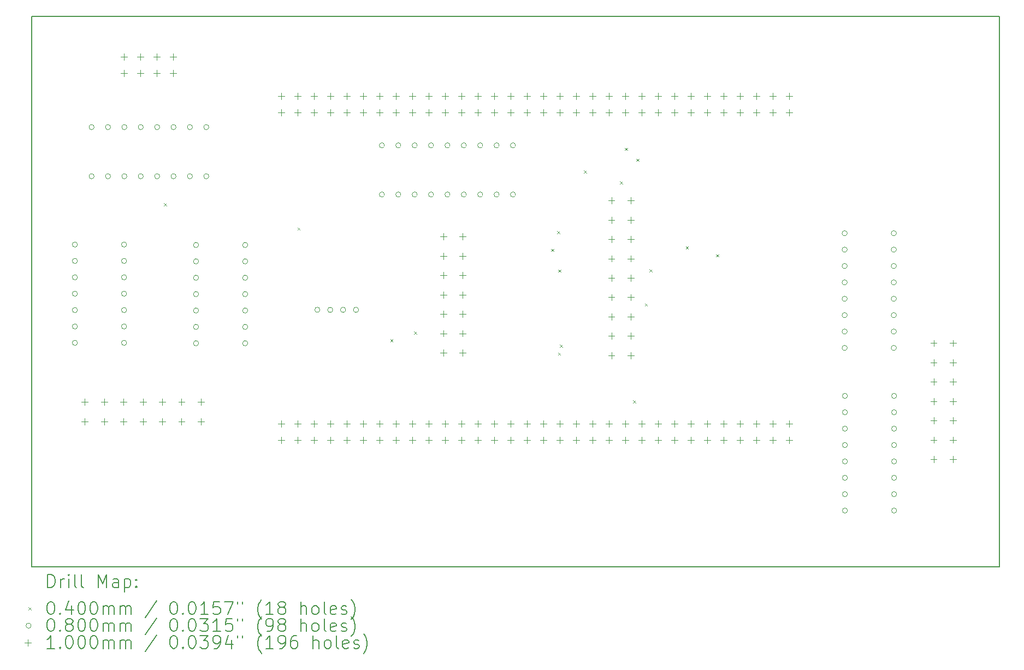
<source format=gbr>
%TF.GenerationSoftware,KiCad,Pcbnew,(6.0.9)*%
%TF.CreationDate,2022-12-05T20:21:47+01:00*%
%TF.ProjectId,projekt,70726f6a-656b-4742-9e6b-696361645f70,rev?*%
%TF.SameCoordinates,Original*%
%TF.FileFunction,Drillmap*%
%TF.FilePolarity,Positive*%
%FSLAX45Y45*%
G04 Gerber Fmt 4.5, Leading zero omitted, Abs format (unit mm)*
G04 Created by KiCad (PCBNEW (6.0.9)) date 2022-12-05 20:21:47*
%MOMM*%
%LPD*%
G01*
G04 APERTURE LIST*
%ADD10C,0.150000*%
%ADD11C,0.200000*%
%ADD12C,0.040000*%
%ADD13C,0.080000*%
%ADD14C,0.100000*%
G04 APERTURE END LIST*
D10*
X2000000Y-2000000D02*
X17000000Y-2000000D01*
X17000000Y-2000000D02*
X17000000Y-10533000D01*
X17000000Y-10533000D02*
X2000000Y-10533000D01*
X2000000Y-10533000D02*
X2000000Y-2000000D01*
D11*
D12*
X4047770Y-4897250D02*
X4087770Y-4937250D01*
X4087770Y-4897250D02*
X4047770Y-4937250D01*
X6120340Y-5271060D02*
X6160340Y-5311060D01*
X6160340Y-5271060D02*
X6120340Y-5311060D01*
X7561130Y-7002570D02*
X7601130Y-7042570D01*
X7601130Y-7002570D02*
X7561130Y-7042570D01*
X7927850Y-6882530D02*
X7967850Y-6922530D01*
X7967850Y-6882530D02*
X7927850Y-6922530D01*
X10050940Y-5601610D02*
X10090940Y-5641610D01*
X10090940Y-5601610D02*
X10050940Y-5641610D01*
X10144640Y-5326960D02*
X10184640Y-5366960D01*
X10184640Y-5326960D02*
X10144640Y-5366960D01*
X10160210Y-7210830D02*
X10200210Y-7250830D01*
X10200210Y-7210830D02*
X10160210Y-7250830D01*
X10165160Y-5923550D02*
X10205160Y-5963550D01*
X10205160Y-5923550D02*
X10165160Y-5963550D01*
X10190870Y-7088210D02*
X10230870Y-7128210D01*
X10230870Y-7088210D02*
X10190870Y-7128210D01*
X10564310Y-4386380D02*
X10604310Y-4426380D01*
X10604310Y-4386380D02*
X10564310Y-4426380D01*
X11118010Y-4557450D02*
X11158010Y-4597450D01*
X11158010Y-4557450D02*
X11118010Y-4597450D01*
X11197040Y-4035410D02*
X11237040Y-4075410D01*
X11237040Y-4035410D02*
X11197040Y-4075410D01*
X11323490Y-7953780D02*
X11363490Y-7993780D01*
X11363490Y-7953780D02*
X11323490Y-7993780D01*
X11371420Y-4204670D02*
X11411420Y-4244670D01*
X11411420Y-4204670D02*
X11371420Y-4244670D01*
X11505290Y-6448710D02*
X11545290Y-6488710D01*
X11545290Y-6448710D02*
X11505290Y-6488710D01*
X11580240Y-5917870D02*
X11620240Y-5957870D01*
X11620240Y-5917870D02*
X11580240Y-5957870D01*
X12140840Y-5565870D02*
X12180840Y-5605870D01*
X12180840Y-5565870D02*
X12140840Y-5605870D01*
X12613230Y-5687450D02*
X12653230Y-5727450D01*
X12653230Y-5687450D02*
X12613230Y-5727450D01*
D13*
X2710540Y-5535160D02*
G75*
G03*
X2710540Y-5535160I-40000J0D01*
G01*
X2710540Y-5789160D02*
G75*
G03*
X2710540Y-5789160I-40000J0D01*
G01*
X2710540Y-6043160D02*
G75*
G03*
X2710540Y-6043160I-40000J0D01*
G01*
X2710540Y-6297160D02*
G75*
G03*
X2710540Y-6297160I-40000J0D01*
G01*
X2710540Y-6551160D02*
G75*
G03*
X2710540Y-6551160I-40000J0D01*
G01*
X2710540Y-6805160D02*
G75*
G03*
X2710540Y-6805160I-40000J0D01*
G01*
X2710540Y-7059160D02*
G75*
G03*
X2710540Y-7059160I-40000J0D01*
G01*
X2969660Y-3715020D02*
G75*
G03*
X2969660Y-3715020I-40000J0D01*
G01*
X2969660Y-4477020D02*
G75*
G03*
X2969660Y-4477020I-40000J0D01*
G01*
X3223660Y-3715020D02*
G75*
G03*
X3223660Y-3715020I-40000J0D01*
G01*
X3223660Y-4477020D02*
G75*
G03*
X3223660Y-4477020I-40000J0D01*
G01*
X3472540Y-5535160D02*
G75*
G03*
X3472540Y-5535160I-40000J0D01*
G01*
X3472540Y-5789160D02*
G75*
G03*
X3472540Y-5789160I-40000J0D01*
G01*
X3472540Y-6043160D02*
G75*
G03*
X3472540Y-6043160I-40000J0D01*
G01*
X3472540Y-6297160D02*
G75*
G03*
X3472540Y-6297160I-40000J0D01*
G01*
X3472540Y-6551160D02*
G75*
G03*
X3472540Y-6551160I-40000J0D01*
G01*
X3472540Y-6805160D02*
G75*
G03*
X3472540Y-6805160I-40000J0D01*
G01*
X3472540Y-7059160D02*
G75*
G03*
X3472540Y-7059160I-40000J0D01*
G01*
X3477660Y-3715020D02*
G75*
G03*
X3477660Y-3715020I-40000J0D01*
G01*
X3477660Y-4477020D02*
G75*
G03*
X3477660Y-4477020I-40000J0D01*
G01*
X3731660Y-3715020D02*
G75*
G03*
X3731660Y-3715020I-40000J0D01*
G01*
X3731660Y-4477020D02*
G75*
G03*
X3731660Y-4477020I-40000J0D01*
G01*
X3985660Y-3715020D02*
G75*
G03*
X3985660Y-3715020I-40000J0D01*
G01*
X3985660Y-4477020D02*
G75*
G03*
X3985660Y-4477020I-40000J0D01*
G01*
X4239660Y-3715020D02*
G75*
G03*
X4239660Y-3715020I-40000J0D01*
G01*
X4239660Y-4477020D02*
G75*
G03*
X4239660Y-4477020I-40000J0D01*
G01*
X4493660Y-3715020D02*
G75*
G03*
X4493660Y-3715020I-40000J0D01*
G01*
X4493660Y-4477020D02*
G75*
G03*
X4493660Y-4477020I-40000J0D01*
G01*
X4588140Y-5541780D02*
G75*
G03*
X4588140Y-5541780I-40000J0D01*
G01*
X4588140Y-5795780D02*
G75*
G03*
X4588140Y-5795780I-40000J0D01*
G01*
X4588140Y-6049780D02*
G75*
G03*
X4588140Y-6049780I-40000J0D01*
G01*
X4588140Y-6303780D02*
G75*
G03*
X4588140Y-6303780I-40000J0D01*
G01*
X4588140Y-6557780D02*
G75*
G03*
X4588140Y-6557780I-40000J0D01*
G01*
X4588140Y-6811780D02*
G75*
G03*
X4588140Y-6811780I-40000J0D01*
G01*
X4588140Y-7065780D02*
G75*
G03*
X4588140Y-7065780I-40000J0D01*
G01*
X4747660Y-3715020D02*
G75*
G03*
X4747660Y-3715020I-40000J0D01*
G01*
X4747660Y-4477020D02*
G75*
G03*
X4747660Y-4477020I-40000J0D01*
G01*
X5350140Y-5541780D02*
G75*
G03*
X5350140Y-5541780I-40000J0D01*
G01*
X5350140Y-5795780D02*
G75*
G03*
X5350140Y-5795780I-40000J0D01*
G01*
X5350140Y-6049780D02*
G75*
G03*
X5350140Y-6049780I-40000J0D01*
G01*
X5350140Y-6303780D02*
G75*
G03*
X5350140Y-6303780I-40000J0D01*
G01*
X5350140Y-6557780D02*
G75*
G03*
X5350140Y-6557780I-40000J0D01*
G01*
X5350140Y-6811780D02*
G75*
G03*
X5350140Y-6811780I-40000J0D01*
G01*
X5350140Y-7065780D02*
G75*
G03*
X5350140Y-7065780I-40000J0D01*
G01*
X6468180Y-6548120D02*
G75*
G03*
X6468180Y-6548120I-40000J0D01*
G01*
X6668180Y-6548120D02*
G75*
G03*
X6668180Y-6548120I-40000J0D01*
G01*
X6868180Y-6548120D02*
G75*
G03*
X6868180Y-6548120I-40000J0D01*
G01*
X7068180Y-6548120D02*
G75*
G03*
X7068180Y-6548120I-40000J0D01*
G01*
X7469500Y-3997960D02*
G75*
G03*
X7469500Y-3997960I-40000J0D01*
G01*
X7469500Y-4759960D02*
G75*
G03*
X7469500Y-4759960I-40000J0D01*
G01*
X7723500Y-3997960D02*
G75*
G03*
X7723500Y-3997960I-40000J0D01*
G01*
X7723500Y-4759960D02*
G75*
G03*
X7723500Y-4759960I-40000J0D01*
G01*
X7977500Y-3997960D02*
G75*
G03*
X7977500Y-3997960I-40000J0D01*
G01*
X7977500Y-4759960D02*
G75*
G03*
X7977500Y-4759960I-40000J0D01*
G01*
X8231500Y-3997960D02*
G75*
G03*
X8231500Y-3997960I-40000J0D01*
G01*
X8231500Y-4759960D02*
G75*
G03*
X8231500Y-4759960I-40000J0D01*
G01*
X8485500Y-3997960D02*
G75*
G03*
X8485500Y-3997960I-40000J0D01*
G01*
X8485500Y-4759960D02*
G75*
G03*
X8485500Y-4759960I-40000J0D01*
G01*
X8739500Y-3997960D02*
G75*
G03*
X8739500Y-3997960I-40000J0D01*
G01*
X8739500Y-4759960D02*
G75*
G03*
X8739500Y-4759960I-40000J0D01*
G01*
X8993500Y-3997960D02*
G75*
G03*
X8993500Y-3997960I-40000J0D01*
G01*
X8993500Y-4759960D02*
G75*
G03*
X8993500Y-4759960I-40000J0D01*
G01*
X9247500Y-3997960D02*
G75*
G03*
X9247500Y-3997960I-40000J0D01*
G01*
X9247500Y-4759960D02*
G75*
G03*
X9247500Y-4759960I-40000J0D01*
G01*
X9501500Y-3997960D02*
G75*
G03*
X9501500Y-3997960I-40000J0D01*
G01*
X9501500Y-4759960D02*
G75*
G03*
X9501500Y-4759960I-40000J0D01*
G01*
X14644000Y-5360900D02*
G75*
G03*
X14644000Y-5360900I-40000J0D01*
G01*
X14644000Y-5614900D02*
G75*
G03*
X14644000Y-5614900I-40000J0D01*
G01*
X14644000Y-5868900D02*
G75*
G03*
X14644000Y-5868900I-40000J0D01*
G01*
X14644000Y-6122900D02*
G75*
G03*
X14644000Y-6122900I-40000J0D01*
G01*
X14644000Y-6376900D02*
G75*
G03*
X14644000Y-6376900I-40000J0D01*
G01*
X14644000Y-6630900D02*
G75*
G03*
X14644000Y-6630900I-40000J0D01*
G01*
X14644000Y-6884900D02*
G75*
G03*
X14644000Y-6884900I-40000J0D01*
G01*
X14644000Y-7138900D02*
G75*
G03*
X14644000Y-7138900I-40000J0D01*
G01*
X14648540Y-7882660D02*
G75*
G03*
X14648540Y-7882660I-40000J0D01*
G01*
X14648540Y-8136660D02*
G75*
G03*
X14648540Y-8136660I-40000J0D01*
G01*
X14648540Y-8390660D02*
G75*
G03*
X14648540Y-8390660I-40000J0D01*
G01*
X14648540Y-8644660D02*
G75*
G03*
X14648540Y-8644660I-40000J0D01*
G01*
X14648540Y-8898660D02*
G75*
G03*
X14648540Y-8898660I-40000J0D01*
G01*
X14648540Y-9152660D02*
G75*
G03*
X14648540Y-9152660I-40000J0D01*
G01*
X14648540Y-9406660D02*
G75*
G03*
X14648540Y-9406660I-40000J0D01*
G01*
X14648540Y-9660660D02*
G75*
G03*
X14648540Y-9660660I-40000J0D01*
G01*
X15406000Y-5360900D02*
G75*
G03*
X15406000Y-5360900I-40000J0D01*
G01*
X15406000Y-5614900D02*
G75*
G03*
X15406000Y-5614900I-40000J0D01*
G01*
X15406000Y-5868900D02*
G75*
G03*
X15406000Y-5868900I-40000J0D01*
G01*
X15406000Y-6122900D02*
G75*
G03*
X15406000Y-6122900I-40000J0D01*
G01*
X15406000Y-6376900D02*
G75*
G03*
X15406000Y-6376900I-40000J0D01*
G01*
X15406000Y-6630900D02*
G75*
G03*
X15406000Y-6630900I-40000J0D01*
G01*
X15406000Y-6884900D02*
G75*
G03*
X15406000Y-6884900I-40000J0D01*
G01*
X15406000Y-7138900D02*
G75*
G03*
X15406000Y-7138900I-40000J0D01*
G01*
X15410540Y-7882660D02*
G75*
G03*
X15410540Y-7882660I-40000J0D01*
G01*
X15410540Y-8136660D02*
G75*
G03*
X15410540Y-8136660I-40000J0D01*
G01*
X15410540Y-8390660D02*
G75*
G03*
X15410540Y-8390660I-40000J0D01*
G01*
X15410540Y-8644660D02*
G75*
G03*
X15410540Y-8644660I-40000J0D01*
G01*
X15410540Y-8898660D02*
G75*
G03*
X15410540Y-8898660I-40000J0D01*
G01*
X15410540Y-9152660D02*
G75*
G03*
X15410540Y-9152660I-40000J0D01*
G01*
X15410540Y-9406660D02*
G75*
G03*
X15410540Y-9406660I-40000J0D01*
G01*
X15410540Y-9660660D02*
G75*
G03*
X15410540Y-9660660I-40000J0D01*
G01*
D14*
X2824480Y-7927860D02*
X2824480Y-8027860D01*
X2774480Y-7977860D02*
X2874480Y-7977860D01*
X2824480Y-8227860D02*
X2824480Y-8327860D01*
X2774480Y-8277860D02*
X2874480Y-8277860D01*
X3124480Y-7927860D02*
X3124480Y-8027860D01*
X3074480Y-7977860D02*
X3174480Y-7977860D01*
X3124480Y-8227860D02*
X3124480Y-8327860D01*
X3074480Y-8277860D02*
X3174480Y-8277860D01*
X3424480Y-7927860D02*
X3424480Y-8027860D01*
X3374480Y-7977860D02*
X3474480Y-7977860D01*
X3424480Y-8227860D02*
X3424480Y-8327860D01*
X3374480Y-8277860D02*
X3474480Y-8277860D01*
X3430000Y-2576900D02*
X3430000Y-2676900D01*
X3380000Y-2626900D02*
X3480000Y-2626900D01*
X3430000Y-2830900D02*
X3430000Y-2930900D01*
X3380000Y-2880900D02*
X3480000Y-2880900D01*
X3684000Y-2576900D02*
X3684000Y-2676900D01*
X3634000Y-2626900D02*
X3734000Y-2626900D01*
X3684000Y-2830900D02*
X3684000Y-2930900D01*
X3634000Y-2880900D02*
X3734000Y-2880900D01*
X3724480Y-7927860D02*
X3724480Y-8027860D01*
X3674480Y-7977860D02*
X3774480Y-7977860D01*
X3724480Y-8227860D02*
X3724480Y-8327860D01*
X3674480Y-8277860D02*
X3774480Y-8277860D01*
X3938000Y-2576900D02*
X3938000Y-2676900D01*
X3888000Y-2626900D02*
X3988000Y-2626900D01*
X3938000Y-2830900D02*
X3938000Y-2930900D01*
X3888000Y-2880900D02*
X3988000Y-2880900D01*
X4024480Y-7927860D02*
X4024480Y-8027860D01*
X3974480Y-7977860D02*
X4074480Y-7977860D01*
X4024480Y-8227860D02*
X4024480Y-8327860D01*
X3974480Y-8277860D02*
X4074480Y-8277860D01*
X4192000Y-2576900D02*
X4192000Y-2676900D01*
X4142000Y-2626900D02*
X4242000Y-2626900D01*
X4192000Y-2830900D02*
X4192000Y-2930900D01*
X4142000Y-2880900D02*
X4242000Y-2880900D01*
X4324480Y-7927860D02*
X4324480Y-8027860D01*
X4274480Y-7977860D02*
X4374480Y-7977860D01*
X4324480Y-8227860D02*
X4324480Y-8327860D01*
X4274480Y-8277860D02*
X4374480Y-8277860D01*
X4624480Y-7927860D02*
X4624480Y-8027860D01*
X4574480Y-7977860D02*
X4674480Y-7977860D01*
X4624480Y-8227860D02*
X4624480Y-8327860D01*
X4574480Y-8277860D02*
X4674480Y-8277860D01*
X5871500Y-3184400D02*
X5871500Y-3284400D01*
X5821500Y-3234400D02*
X5921500Y-3234400D01*
X5871500Y-3438400D02*
X5871500Y-3538400D01*
X5821500Y-3488400D02*
X5921500Y-3488400D01*
X5871600Y-8265000D02*
X5871600Y-8365000D01*
X5821600Y-8315000D02*
X5921600Y-8315000D01*
X5871600Y-8519000D02*
X5871600Y-8619000D01*
X5821600Y-8569000D02*
X5921600Y-8569000D01*
X6125500Y-3184400D02*
X6125500Y-3284400D01*
X6075500Y-3234400D02*
X6175500Y-3234400D01*
X6125500Y-3438400D02*
X6125500Y-3538400D01*
X6075500Y-3488400D02*
X6175500Y-3488400D01*
X6125600Y-8265000D02*
X6125600Y-8365000D01*
X6075600Y-8315000D02*
X6175600Y-8315000D01*
X6125600Y-8519000D02*
X6125600Y-8619000D01*
X6075600Y-8569000D02*
X6175600Y-8569000D01*
X6379500Y-3184400D02*
X6379500Y-3284400D01*
X6329500Y-3234400D02*
X6429500Y-3234400D01*
X6379500Y-3438400D02*
X6379500Y-3538400D01*
X6329500Y-3488400D02*
X6429500Y-3488400D01*
X6379600Y-8265000D02*
X6379600Y-8365000D01*
X6329600Y-8315000D02*
X6429600Y-8315000D01*
X6379600Y-8519000D02*
X6379600Y-8619000D01*
X6329600Y-8569000D02*
X6429600Y-8569000D01*
X6633500Y-3184400D02*
X6633500Y-3284400D01*
X6583500Y-3234400D02*
X6683500Y-3234400D01*
X6633500Y-3438400D02*
X6633500Y-3538400D01*
X6583500Y-3488400D02*
X6683500Y-3488400D01*
X6633600Y-8265000D02*
X6633600Y-8365000D01*
X6583600Y-8315000D02*
X6683600Y-8315000D01*
X6633600Y-8519000D02*
X6633600Y-8619000D01*
X6583600Y-8569000D02*
X6683600Y-8569000D01*
X6887500Y-3184400D02*
X6887500Y-3284400D01*
X6837500Y-3234400D02*
X6937500Y-3234400D01*
X6887500Y-3438400D02*
X6887500Y-3538400D01*
X6837500Y-3488400D02*
X6937500Y-3488400D01*
X6887600Y-8265000D02*
X6887600Y-8365000D01*
X6837600Y-8315000D02*
X6937600Y-8315000D01*
X6887600Y-8519000D02*
X6887600Y-8619000D01*
X6837600Y-8569000D02*
X6937600Y-8569000D01*
X7141500Y-3184400D02*
X7141500Y-3284400D01*
X7091500Y-3234400D02*
X7191500Y-3234400D01*
X7141500Y-3438400D02*
X7141500Y-3538400D01*
X7091500Y-3488400D02*
X7191500Y-3488400D01*
X7141600Y-8265000D02*
X7141600Y-8365000D01*
X7091600Y-8315000D02*
X7191600Y-8315000D01*
X7141600Y-8519000D02*
X7141600Y-8619000D01*
X7091600Y-8569000D02*
X7191600Y-8569000D01*
X7395500Y-3184400D02*
X7395500Y-3284400D01*
X7345500Y-3234400D02*
X7445500Y-3234400D01*
X7395500Y-3438400D02*
X7395500Y-3538400D01*
X7345500Y-3488400D02*
X7445500Y-3488400D01*
X7395600Y-8265000D02*
X7395600Y-8365000D01*
X7345600Y-8315000D02*
X7445600Y-8315000D01*
X7395600Y-8519000D02*
X7395600Y-8619000D01*
X7345600Y-8569000D02*
X7445600Y-8569000D01*
X7649500Y-3184400D02*
X7649500Y-3284400D01*
X7599500Y-3234400D02*
X7699500Y-3234400D01*
X7649500Y-3438400D02*
X7649500Y-3538400D01*
X7599500Y-3488400D02*
X7699500Y-3488400D01*
X7649600Y-8265000D02*
X7649600Y-8365000D01*
X7599600Y-8315000D02*
X7699600Y-8315000D01*
X7649600Y-8519000D02*
X7649600Y-8619000D01*
X7599600Y-8569000D02*
X7699600Y-8569000D01*
X7903500Y-3184400D02*
X7903500Y-3284400D01*
X7853500Y-3234400D02*
X7953500Y-3234400D01*
X7903500Y-3438400D02*
X7903500Y-3538400D01*
X7853500Y-3488400D02*
X7953500Y-3488400D01*
X7903600Y-8265000D02*
X7903600Y-8365000D01*
X7853600Y-8315000D02*
X7953600Y-8315000D01*
X7903600Y-8519000D02*
X7903600Y-8619000D01*
X7853600Y-8569000D02*
X7953600Y-8569000D01*
X8157500Y-3184400D02*
X8157500Y-3284400D01*
X8107500Y-3234400D02*
X8207500Y-3234400D01*
X8157500Y-3438400D02*
X8157500Y-3538400D01*
X8107500Y-3488400D02*
X8207500Y-3488400D01*
X8157600Y-8265000D02*
X8157600Y-8365000D01*
X8107600Y-8315000D02*
X8207600Y-8315000D01*
X8157600Y-8519000D02*
X8157600Y-8619000D01*
X8107600Y-8569000D02*
X8207600Y-8569000D01*
X8384000Y-5363400D02*
X8384000Y-5463400D01*
X8334000Y-5413400D02*
X8434000Y-5413400D01*
X8384000Y-5663400D02*
X8384000Y-5763400D01*
X8334000Y-5713400D02*
X8434000Y-5713400D01*
X8384000Y-5963400D02*
X8384000Y-6063400D01*
X8334000Y-6013400D02*
X8434000Y-6013400D01*
X8384000Y-6263400D02*
X8384000Y-6363400D01*
X8334000Y-6313400D02*
X8434000Y-6313400D01*
X8384000Y-6563400D02*
X8384000Y-6663400D01*
X8334000Y-6613400D02*
X8434000Y-6613400D01*
X8384000Y-6863400D02*
X8384000Y-6963400D01*
X8334000Y-6913400D02*
X8434000Y-6913400D01*
X8384000Y-7163400D02*
X8384000Y-7263400D01*
X8334000Y-7213400D02*
X8434000Y-7213400D01*
X8411500Y-3184400D02*
X8411500Y-3284400D01*
X8361500Y-3234400D02*
X8461500Y-3234400D01*
X8411500Y-3438400D02*
X8411500Y-3538400D01*
X8361500Y-3488400D02*
X8461500Y-3488400D01*
X8411600Y-8265000D02*
X8411600Y-8365000D01*
X8361600Y-8315000D02*
X8461600Y-8315000D01*
X8411600Y-8519000D02*
X8411600Y-8619000D01*
X8361600Y-8569000D02*
X8461600Y-8569000D01*
X8665500Y-3184400D02*
X8665500Y-3284400D01*
X8615500Y-3234400D02*
X8715500Y-3234400D01*
X8665500Y-3438400D02*
X8665500Y-3538400D01*
X8615500Y-3488400D02*
X8715500Y-3488400D01*
X8665600Y-8265000D02*
X8665600Y-8365000D01*
X8615600Y-8315000D02*
X8715600Y-8315000D01*
X8665600Y-8519000D02*
X8665600Y-8619000D01*
X8615600Y-8569000D02*
X8715600Y-8569000D01*
X8684000Y-5363400D02*
X8684000Y-5463400D01*
X8634000Y-5413400D02*
X8734000Y-5413400D01*
X8684000Y-5663400D02*
X8684000Y-5763400D01*
X8634000Y-5713400D02*
X8734000Y-5713400D01*
X8684000Y-5963400D02*
X8684000Y-6063400D01*
X8634000Y-6013400D02*
X8734000Y-6013400D01*
X8684000Y-6263400D02*
X8684000Y-6363400D01*
X8634000Y-6313400D02*
X8734000Y-6313400D01*
X8684000Y-6563400D02*
X8684000Y-6663400D01*
X8634000Y-6613400D02*
X8734000Y-6613400D01*
X8684000Y-6863400D02*
X8684000Y-6963400D01*
X8634000Y-6913400D02*
X8734000Y-6913400D01*
X8684000Y-7163400D02*
X8684000Y-7263400D01*
X8634000Y-7213400D02*
X8734000Y-7213400D01*
X8919500Y-3184400D02*
X8919500Y-3284400D01*
X8869500Y-3234400D02*
X8969500Y-3234400D01*
X8919500Y-3438400D02*
X8919500Y-3538400D01*
X8869500Y-3488400D02*
X8969500Y-3488400D01*
X8919600Y-8265000D02*
X8919600Y-8365000D01*
X8869600Y-8315000D02*
X8969600Y-8315000D01*
X8919600Y-8519000D02*
X8919600Y-8619000D01*
X8869600Y-8569000D02*
X8969600Y-8569000D01*
X9173500Y-3184400D02*
X9173500Y-3284400D01*
X9123500Y-3234400D02*
X9223500Y-3234400D01*
X9173500Y-3438400D02*
X9173500Y-3538400D01*
X9123500Y-3488400D02*
X9223500Y-3488400D01*
X9173600Y-8265000D02*
X9173600Y-8365000D01*
X9123600Y-8315000D02*
X9223600Y-8315000D01*
X9173600Y-8519000D02*
X9173600Y-8619000D01*
X9123600Y-8569000D02*
X9223600Y-8569000D01*
X9427500Y-3184400D02*
X9427500Y-3284400D01*
X9377500Y-3234400D02*
X9477500Y-3234400D01*
X9427500Y-3438400D02*
X9427500Y-3538400D01*
X9377500Y-3488400D02*
X9477500Y-3488400D01*
X9427600Y-8265000D02*
X9427600Y-8365000D01*
X9377600Y-8315000D02*
X9477600Y-8315000D01*
X9427600Y-8519000D02*
X9427600Y-8619000D01*
X9377600Y-8569000D02*
X9477600Y-8569000D01*
X9681500Y-3184400D02*
X9681500Y-3284400D01*
X9631500Y-3234400D02*
X9731500Y-3234400D01*
X9681500Y-3438400D02*
X9681500Y-3538400D01*
X9631500Y-3488400D02*
X9731500Y-3488400D01*
X9681600Y-8265000D02*
X9681600Y-8365000D01*
X9631600Y-8315000D02*
X9731600Y-8315000D01*
X9681600Y-8519000D02*
X9681600Y-8619000D01*
X9631600Y-8569000D02*
X9731600Y-8569000D01*
X9935500Y-3184400D02*
X9935500Y-3284400D01*
X9885500Y-3234400D02*
X9985500Y-3234400D01*
X9935500Y-3438400D02*
X9935500Y-3538400D01*
X9885500Y-3488400D02*
X9985500Y-3488400D01*
X9935600Y-8265000D02*
X9935600Y-8365000D01*
X9885600Y-8315000D02*
X9985600Y-8315000D01*
X9935600Y-8519000D02*
X9935600Y-8619000D01*
X9885600Y-8569000D02*
X9985600Y-8569000D01*
X10189500Y-3184400D02*
X10189500Y-3284400D01*
X10139500Y-3234400D02*
X10239500Y-3234400D01*
X10189500Y-3438400D02*
X10189500Y-3538400D01*
X10139500Y-3488400D02*
X10239500Y-3488400D01*
X10189600Y-8265000D02*
X10189600Y-8365000D01*
X10139600Y-8315000D02*
X10239600Y-8315000D01*
X10189600Y-8519000D02*
X10189600Y-8619000D01*
X10139600Y-8569000D02*
X10239600Y-8569000D01*
X10443500Y-3184400D02*
X10443500Y-3284400D01*
X10393500Y-3234400D02*
X10493500Y-3234400D01*
X10443500Y-3438400D02*
X10443500Y-3538400D01*
X10393500Y-3488400D02*
X10493500Y-3488400D01*
X10443600Y-8265000D02*
X10443600Y-8365000D01*
X10393600Y-8315000D02*
X10493600Y-8315000D01*
X10443600Y-8519000D02*
X10443600Y-8619000D01*
X10393600Y-8569000D02*
X10493600Y-8569000D01*
X10697500Y-3184400D02*
X10697500Y-3284400D01*
X10647500Y-3234400D02*
X10747500Y-3234400D01*
X10697500Y-3438400D02*
X10697500Y-3538400D01*
X10647500Y-3488400D02*
X10747500Y-3488400D01*
X10697600Y-8265000D02*
X10697600Y-8365000D01*
X10647600Y-8315000D02*
X10747600Y-8315000D01*
X10697600Y-8519000D02*
X10697600Y-8619000D01*
X10647600Y-8569000D02*
X10747600Y-8569000D01*
X10951500Y-3184400D02*
X10951500Y-3284400D01*
X10901500Y-3234400D02*
X11001500Y-3234400D01*
X10951500Y-3438400D02*
X10951500Y-3538400D01*
X10901500Y-3488400D02*
X11001500Y-3488400D01*
X10951600Y-8265000D02*
X10951600Y-8365000D01*
X10901600Y-8315000D02*
X11001600Y-8315000D01*
X10951600Y-8519000D02*
X10951600Y-8619000D01*
X10901600Y-8569000D02*
X11001600Y-8569000D01*
X10988000Y-4803400D02*
X10988000Y-4903400D01*
X10938000Y-4853400D02*
X11038000Y-4853400D01*
X10988000Y-5103400D02*
X10988000Y-5203400D01*
X10938000Y-5153400D02*
X11038000Y-5153400D01*
X10988000Y-5403400D02*
X10988000Y-5503400D01*
X10938000Y-5453400D02*
X11038000Y-5453400D01*
X10988000Y-5703400D02*
X10988000Y-5803400D01*
X10938000Y-5753400D02*
X11038000Y-5753400D01*
X10988000Y-6003400D02*
X10988000Y-6103400D01*
X10938000Y-6053400D02*
X11038000Y-6053400D01*
X10988000Y-6303400D02*
X10988000Y-6403400D01*
X10938000Y-6353400D02*
X11038000Y-6353400D01*
X10988000Y-6603400D02*
X10988000Y-6703400D01*
X10938000Y-6653400D02*
X11038000Y-6653400D01*
X10988000Y-6903400D02*
X10988000Y-7003400D01*
X10938000Y-6953400D02*
X11038000Y-6953400D01*
X10988000Y-7203400D02*
X10988000Y-7303400D01*
X10938000Y-7253400D02*
X11038000Y-7253400D01*
X11205500Y-3184400D02*
X11205500Y-3284400D01*
X11155500Y-3234400D02*
X11255500Y-3234400D01*
X11205500Y-3438400D02*
X11205500Y-3538400D01*
X11155500Y-3488400D02*
X11255500Y-3488400D01*
X11205600Y-8265000D02*
X11205600Y-8365000D01*
X11155600Y-8315000D02*
X11255600Y-8315000D01*
X11205600Y-8519000D02*
X11205600Y-8619000D01*
X11155600Y-8569000D02*
X11255600Y-8569000D01*
X11288000Y-4803400D02*
X11288000Y-4903400D01*
X11238000Y-4853400D02*
X11338000Y-4853400D01*
X11288000Y-5103400D02*
X11288000Y-5203400D01*
X11238000Y-5153400D02*
X11338000Y-5153400D01*
X11288000Y-5403400D02*
X11288000Y-5503400D01*
X11238000Y-5453400D02*
X11338000Y-5453400D01*
X11288000Y-5703400D02*
X11288000Y-5803400D01*
X11238000Y-5753400D02*
X11338000Y-5753400D01*
X11288000Y-6003400D02*
X11288000Y-6103400D01*
X11238000Y-6053400D02*
X11338000Y-6053400D01*
X11288000Y-6303400D02*
X11288000Y-6403400D01*
X11238000Y-6353400D02*
X11338000Y-6353400D01*
X11288000Y-6603400D02*
X11288000Y-6703400D01*
X11238000Y-6653400D02*
X11338000Y-6653400D01*
X11288000Y-6903400D02*
X11288000Y-7003400D01*
X11238000Y-6953400D02*
X11338000Y-6953400D01*
X11288000Y-7203400D02*
X11288000Y-7303400D01*
X11238000Y-7253400D02*
X11338000Y-7253400D01*
X11459500Y-3184400D02*
X11459500Y-3284400D01*
X11409500Y-3234400D02*
X11509500Y-3234400D01*
X11459500Y-3438400D02*
X11459500Y-3538400D01*
X11409500Y-3488400D02*
X11509500Y-3488400D01*
X11459600Y-8265000D02*
X11459600Y-8365000D01*
X11409600Y-8315000D02*
X11509600Y-8315000D01*
X11459600Y-8519000D02*
X11459600Y-8619000D01*
X11409600Y-8569000D02*
X11509600Y-8569000D01*
X11713500Y-3184400D02*
X11713500Y-3284400D01*
X11663500Y-3234400D02*
X11763500Y-3234400D01*
X11713500Y-3438400D02*
X11713500Y-3538400D01*
X11663500Y-3488400D02*
X11763500Y-3488400D01*
X11713600Y-8265000D02*
X11713600Y-8365000D01*
X11663600Y-8315000D02*
X11763600Y-8315000D01*
X11713600Y-8519000D02*
X11713600Y-8619000D01*
X11663600Y-8569000D02*
X11763600Y-8569000D01*
X11967500Y-3184400D02*
X11967500Y-3284400D01*
X11917500Y-3234400D02*
X12017500Y-3234400D01*
X11967500Y-3438400D02*
X11967500Y-3538400D01*
X11917500Y-3488400D02*
X12017500Y-3488400D01*
X11967600Y-8265000D02*
X11967600Y-8365000D01*
X11917600Y-8315000D02*
X12017600Y-8315000D01*
X11967600Y-8519000D02*
X11967600Y-8619000D01*
X11917600Y-8569000D02*
X12017600Y-8569000D01*
X12221500Y-3184400D02*
X12221500Y-3284400D01*
X12171500Y-3234400D02*
X12271500Y-3234400D01*
X12221500Y-3438400D02*
X12221500Y-3538400D01*
X12171500Y-3488400D02*
X12271500Y-3488400D01*
X12221600Y-8265000D02*
X12221600Y-8365000D01*
X12171600Y-8315000D02*
X12271600Y-8315000D01*
X12221600Y-8519000D02*
X12221600Y-8619000D01*
X12171600Y-8569000D02*
X12271600Y-8569000D01*
X12475500Y-3184400D02*
X12475500Y-3284400D01*
X12425500Y-3234400D02*
X12525500Y-3234400D01*
X12475500Y-3438400D02*
X12475500Y-3538400D01*
X12425500Y-3488400D02*
X12525500Y-3488400D01*
X12475600Y-8265000D02*
X12475600Y-8365000D01*
X12425600Y-8315000D02*
X12525600Y-8315000D01*
X12475600Y-8519000D02*
X12475600Y-8619000D01*
X12425600Y-8569000D02*
X12525600Y-8569000D01*
X12729500Y-3184400D02*
X12729500Y-3284400D01*
X12679500Y-3234400D02*
X12779500Y-3234400D01*
X12729500Y-3438400D02*
X12729500Y-3538400D01*
X12679500Y-3488400D02*
X12779500Y-3488400D01*
X12729600Y-8265000D02*
X12729600Y-8365000D01*
X12679600Y-8315000D02*
X12779600Y-8315000D01*
X12729600Y-8519000D02*
X12729600Y-8619000D01*
X12679600Y-8569000D02*
X12779600Y-8569000D01*
X12983500Y-3184400D02*
X12983500Y-3284400D01*
X12933500Y-3234400D02*
X13033500Y-3234400D01*
X12983500Y-3438400D02*
X12983500Y-3538400D01*
X12933500Y-3488400D02*
X13033500Y-3488400D01*
X12983600Y-8265000D02*
X12983600Y-8365000D01*
X12933600Y-8315000D02*
X13033600Y-8315000D01*
X12983600Y-8519000D02*
X12983600Y-8619000D01*
X12933600Y-8569000D02*
X13033600Y-8569000D01*
X13237500Y-3184400D02*
X13237500Y-3284400D01*
X13187500Y-3234400D02*
X13287500Y-3234400D01*
X13237500Y-3438400D02*
X13237500Y-3538400D01*
X13187500Y-3488400D02*
X13287500Y-3488400D01*
X13237600Y-8265000D02*
X13237600Y-8365000D01*
X13187600Y-8315000D02*
X13287600Y-8315000D01*
X13237600Y-8519000D02*
X13237600Y-8619000D01*
X13187600Y-8569000D02*
X13287600Y-8569000D01*
X13491500Y-3184400D02*
X13491500Y-3284400D01*
X13441500Y-3234400D02*
X13541500Y-3234400D01*
X13491500Y-3438400D02*
X13491500Y-3538400D01*
X13441500Y-3488400D02*
X13541500Y-3488400D01*
X13491600Y-8265000D02*
X13491600Y-8365000D01*
X13441600Y-8315000D02*
X13541600Y-8315000D01*
X13491600Y-8519000D02*
X13491600Y-8619000D01*
X13441600Y-8569000D02*
X13541600Y-8569000D01*
X13745500Y-3184400D02*
X13745500Y-3284400D01*
X13695500Y-3234400D02*
X13795500Y-3234400D01*
X13745500Y-3438400D02*
X13745500Y-3538400D01*
X13695500Y-3488400D02*
X13795500Y-3488400D01*
X13745600Y-8265000D02*
X13745600Y-8365000D01*
X13695600Y-8315000D02*
X13795600Y-8315000D01*
X13745600Y-8519000D02*
X13745600Y-8619000D01*
X13695600Y-8569000D02*
X13795600Y-8569000D01*
X15984000Y-7014600D02*
X15984000Y-7114600D01*
X15934000Y-7064600D02*
X16034000Y-7064600D01*
X15984000Y-7314600D02*
X15984000Y-7414600D01*
X15934000Y-7364600D02*
X16034000Y-7364600D01*
X15984000Y-7614600D02*
X15984000Y-7714600D01*
X15934000Y-7664600D02*
X16034000Y-7664600D01*
X15984000Y-7914600D02*
X15984000Y-8014600D01*
X15934000Y-7964600D02*
X16034000Y-7964600D01*
X15984000Y-8214600D02*
X15984000Y-8314600D01*
X15934000Y-8264600D02*
X16034000Y-8264600D01*
X15984000Y-8514600D02*
X15984000Y-8614600D01*
X15934000Y-8564600D02*
X16034000Y-8564600D01*
X15984000Y-8814600D02*
X15984000Y-8914600D01*
X15934000Y-8864600D02*
X16034000Y-8864600D01*
X16284000Y-7014600D02*
X16284000Y-7114600D01*
X16234000Y-7064600D02*
X16334000Y-7064600D01*
X16284000Y-7314600D02*
X16284000Y-7414600D01*
X16234000Y-7364600D02*
X16334000Y-7364600D01*
X16284000Y-7614600D02*
X16284000Y-7714600D01*
X16234000Y-7664600D02*
X16334000Y-7664600D01*
X16284000Y-7914600D02*
X16284000Y-8014600D01*
X16234000Y-7964600D02*
X16334000Y-7964600D01*
X16284000Y-8214600D02*
X16284000Y-8314600D01*
X16234000Y-8264600D02*
X16334000Y-8264600D01*
X16284000Y-8514600D02*
X16284000Y-8614600D01*
X16234000Y-8564600D02*
X16334000Y-8564600D01*
X16284000Y-8814600D02*
X16284000Y-8914600D01*
X16234000Y-8864600D02*
X16334000Y-8864600D01*
D11*
X2250119Y-10850976D02*
X2250119Y-10650976D01*
X2297738Y-10650976D01*
X2326310Y-10660500D01*
X2345357Y-10679548D01*
X2354881Y-10698595D01*
X2364405Y-10736690D01*
X2364405Y-10765262D01*
X2354881Y-10803357D01*
X2345357Y-10822405D01*
X2326310Y-10841452D01*
X2297738Y-10850976D01*
X2250119Y-10850976D01*
X2450119Y-10850976D02*
X2450119Y-10717643D01*
X2450119Y-10755738D02*
X2459643Y-10736690D01*
X2469167Y-10727167D01*
X2488214Y-10717643D01*
X2507262Y-10717643D01*
X2573929Y-10850976D02*
X2573929Y-10717643D01*
X2573929Y-10650976D02*
X2564405Y-10660500D01*
X2573929Y-10670024D01*
X2583452Y-10660500D01*
X2573929Y-10650976D01*
X2573929Y-10670024D01*
X2697738Y-10850976D02*
X2678690Y-10841452D01*
X2669167Y-10822405D01*
X2669167Y-10650976D01*
X2802500Y-10850976D02*
X2783452Y-10841452D01*
X2773929Y-10822405D01*
X2773929Y-10650976D01*
X3031071Y-10850976D02*
X3031071Y-10650976D01*
X3097738Y-10793833D01*
X3164405Y-10650976D01*
X3164405Y-10850976D01*
X3345357Y-10850976D02*
X3345357Y-10746214D01*
X3335833Y-10727167D01*
X3316786Y-10717643D01*
X3278690Y-10717643D01*
X3259643Y-10727167D01*
X3345357Y-10841452D02*
X3326309Y-10850976D01*
X3278690Y-10850976D01*
X3259643Y-10841452D01*
X3250119Y-10822405D01*
X3250119Y-10803357D01*
X3259643Y-10784310D01*
X3278690Y-10774786D01*
X3326309Y-10774786D01*
X3345357Y-10765262D01*
X3440595Y-10717643D02*
X3440595Y-10917643D01*
X3440595Y-10727167D02*
X3459643Y-10717643D01*
X3497738Y-10717643D01*
X3516786Y-10727167D01*
X3526309Y-10736690D01*
X3535833Y-10755738D01*
X3535833Y-10812881D01*
X3526309Y-10831929D01*
X3516786Y-10841452D01*
X3497738Y-10850976D01*
X3459643Y-10850976D01*
X3440595Y-10841452D01*
X3621548Y-10831929D02*
X3631071Y-10841452D01*
X3621548Y-10850976D01*
X3612024Y-10841452D01*
X3621548Y-10831929D01*
X3621548Y-10850976D01*
X3621548Y-10727167D02*
X3631071Y-10736690D01*
X3621548Y-10746214D01*
X3612024Y-10736690D01*
X3621548Y-10727167D01*
X3621548Y-10746214D01*
D12*
X1952500Y-11160500D02*
X1992500Y-11200500D01*
X1992500Y-11160500D02*
X1952500Y-11200500D01*
D11*
X2288214Y-11070976D02*
X2307262Y-11070976D01*
X2326310Y-11080500D01*
X2335833Y-11090024D01*
X2345357Y-11109071D01*
X2354881Y-11147167D01*
X2354881Y-11194786D01*
X2345357Y-11232881D01*
X2335833Y-11251928D01*
X2326310Y-11261452D01*
X2307262Y-11270976D01*
X2288214Y-11270976D01*
X2269167Y-11261452D01*
X2259643Y-11251928D01*
X2250119Y-11232881D01*
X2240595Y-11194786D01*
X2240595Y-11147167D01*
X2250119Y-11109071D01*
X2259643Y-11090024D01*
X2269167Y-11080500D01*
X2288214Y-11070976D01*
X2440595Y-11251928D02*
X2450119Y-11261452D01*
X2440595Y-11270976D01*
X2431071Y-11261452D01*
X2440595Y-11251928D01*
X2440595Y-11270976D01*
X2621548Y-11137643D02*
X2621548Y-11270976D01*
X2573929Y-11061452D02*
X2526310Y-11204309D01*
X2650119Y-11204309D01*
X2764405Y-11070976D02*
X2783452Y-11070976D01*
X2802500Y-11080500D01*
X2812024Y-11090024D01*
X2821548Y-11109071D01*
X2831071Y-11147167D01*
X2831071Y-11194786D01*
X2821548Y-11232881D01*
X2812024Y-11251928D01*
X2802500Y-11261452D01*
X2783452Y-11270976D01*
X2764405Y-11270976D01*
X2745357Y-11261452D01*
X2735833Y-11251928D01*
X2726310Y-11232881D01*
X2716786Y-11194786D01*
X2716786Y-11147167D01*
X2726310Y-11109071D01*
X2735833Y-11090024D01*
X2745357Y-11080500D01*
X2764405Y-11070976D01*
X2954881Y-11070976D02*
X2973928Y-11070976D01*
X2992976Y-11080500D01*
X3002500Y-11090024D01*
X3012024Y-11109071D01*
X3021548Y-11147167D01*
X3021548Y-11194786D01*
X3012024Y-11232881D01*
X3002500Y-11251928D01*
X2992976Y-11261452D01*
X2973928Y-11270976D01*
X2954881Y-11270976D01*
X2935833Y-11261452D01*
X2926309Y-11251928D01*
X2916786Y-11232881D01*
X2907262Y-11194786D01*
X2907262Y-11147167D01*
X2916786Y-11109071D01*
X2926309Y-11090024D01*
X2935833Y-11080500D01*
X2954881Y-11070976D01*
X3107262Y-11270976D02*
X3107262Y-11137643D01*
X3107262Y-11156690D02*
X3116786Y-11147167D01*
X3135833Y-11137643D01*
X3164405Y-11137643D01*
X3183452Y-11147167D01*
X3192976Y-11166214D01*
X3192976Y-11270976D01*
X3192976Y-11166214D02*
X3202500Y-11147167D01*
X3221548Y-11137643D01*
X3250119Y-11137643D01*
X3269167Y-11147167D01*
X3278690Y-11166214D01*
X3278690Y-11270976D01*
X3373928Y-11270976D02*
X3373928Y-11137643D01*
X3373928Y-11156690D02*
X3383452Y-11147167D01*
X3402500Y-11137643D01*
X3431071Y-11137643D01*
X3450119Y-11147167D01*
X3459643Y-11166214D01*
X3459643Y-11270976D01*
X3459643Y-11166214D02*
X3469167Y-11147167D01*
X3488214Y-11137643D01*
X3516786Y-11137643D01*
X3535833Y-11147167D01*
X3545357Y-11166214D01*
X3545357Y-11270976D01*
X3935833Y-11061452D02*
X3764405Y-11318595D01*
X4192976Y-11070976D02*
X4212024Y-11070976D01*
X4231071Y-11080500D01*
X4240595Y-11090024D01*
X4250119Y-11109071D01*
X4259643Y-11147167D01*
X4259643Y-11194786D01*
X4250119Y-11232881D01*
X4240595Y-11251928D01*
X4231071Y-11261452D01*
X4212024Y-11270976D01*
X4192976Y-11270976D01*
X4173928Y-11261452D01*
X4164405Y-11251928D01*
X4154881Y-11232881D01*
X4145357Y-11194786D01*
X4145357Y-11147167D01*
X4154881Y-11109071D01*
X4164405Y-11090024D01*
X4173928Y-11080500D01*
X4192976Y-11070976D01*
X4345357Y-11251928D02*
X4354881Y-11261452D01*
X4345357Y-11270976D01*
X4335833Y-11261452D01*
X4345357Y-11251928D01*
X4345357Y-11270976D01*
X4478690Y-11070976D02*
X4497738Y-11070976D01*
X4516786Y-11080500D01*
X4526310Y-11090024D01*
X4535833Y-11109071D01*
X4545357Y-11147167D01*
X4545357Y-11194786D01*
X4535833Y-11232881D01*
X4526310Y-11251928D01*
X4516786Y-11261452D01*
X4497738Y-11270976D01*
X4478690Y-11270976D01*
X4459643Y-11261452D01*
X4450119Y-11251928D01*
X4440595Y-11232881D01*
X4431071Y-11194786D01*
X4431071Y-11147167D01*
X4440595Y-11109071D01*
X4450119Y-11090024D01*
X4459643Y-11080500D01*
X4478690Y-11070976D01*
X4735833Y-11270976D02*
X4621548Y-11270976D01*
X4678690Y-11270976D02*
X4678690Y-11070976D01*
X4659643Y-11099548D01*
X4640595Y-11118595D01*
X4621548Y-11128119D01*
X4916786Y-11070976D02*
X4821548Y-11070976D01*
X4812024Y-11166214D01*
X4821548Y-11156690D01*
X4840595Y-11147167D01*
X4888214Y-11147167D01*
X4907262Y-11156690D01*
X4916786Y-11166214D01*
X4926310Y-11185262D01*
X4926310Y-11232881D01*
X4916786Y-11251928D01*
X4907262Y-11261452D01*
X4888214Y-11270976D01*
X4840595Y-11270976D01*
X4821548Y-11261452D01*
X4812024Y-11251928D01*
X4992976Y-11070976D02*
X5126310Y-11070976D01*
X5040595Y-11270976D01*
X5192976Y-11070976D02*
X5192976Y-11109071D01*
X5269167Y-11070976D02*
X5269167Y-11109071D01*
X5564405Y-11347167D02*
X5554881Y-11337643D01*
X5535833Y-11309071D01*
X5526310Y-11290024D01*
X5516786Y-11261452D01*
X5507262Y-11213833D01*
X5507262Y-11175738D01*
X5516786Y-11128119D01*
X5526310Y-11099548D01*
X5535833Y-11080500D01*
X5554881Y-11051929D01*
X5564405Y-11042405D01*
X5745357Y-11270976D02*
X5631071Y-11270976D01*
X5688214Y-11270976D02*
X5688214Y-11070976D01*
X5669167Y-11099548D01*
X5650119Y-11118595D01*
X5631071Y-11128119D01*
X5859643Y-11156690D02*
X5840595Y-11147167D01*
X5831071Y-11137643D01*
X5821548Y-11118595D01*
X5821548Y-11109071D01*
X5831071Y-11090024D01*
X5840595Y-11080500D01*
X5859643Y-11070976D01*
X5897738Y-11070976D01*
X5916786Y-11080500D01*
X5926309Y-11090024D01*
X5935833Y-11109071D01*
X5935833Y-11118595D01*
X5926309Y-11137643D01*
X5916786Y-11147167D01*
X5897738Y-11156690D01*
X5859643Y-11156690D01*
X5840595Y-11166214D01*
X5831071Y-11175738D01*
X5821548Y-11194786D01*
X5821548Y-11232881D01*
X5831071Y-11251928D01*
X5840595Y-11261452D01*
X5859643Y-11270976D01*
X5897738Y-11270976D01*
X5916786Y-11261452D01*
X5926309Y-11251928D01*
X5935833Y-11232881D01*
X5935833Y-11194786D01*
X5926309Y-11175738D01*
X5916786Y-11166214D01*
X5897738Y-11156690D01*
X6173928Y-11270976D02*
X6173928Y-11070976D01*
X6259643Y-11270976D02*
X6259643Y-11166214D01*
X6250119Y-11147167D01*
X6231071Y-11137643D01*
X6202500Y-11137643D01*
X6183452Y-11147167D01*
X6173928Y-11156690D01*
X6383452Y-11270976D02*
X6364405Y-11261452D01*
X6354881Y-11251928D01*
X6345357Y-11232881D01*
X6345357Y-11175738D01*
X6354881Y-11156690D01*
X6364405Y-11147167D01*
X6383452Y-11137643D01*
X6412024Y-11137643D01*
X6431071Y-11147167D01*
X6440595Y-11156690D01*
X6450119Y-11175738D01*
X6450119Y-11232881D01*
X6440595Y-11251928D01*
X6431071Y-11261452D01*
X6412024Y-11270976D01*
X6383452Y-11270976D01*
X6564405Y-11270976D02*
X6545357Y-11261452D01*
X6535833Y-11242405D01*
X6535833Y-11070976D01*
X6716786Y-11261452D02*
X6697738Y-11270976D01*
X6659643Y-11270976D01*
X6640595Y-11261452D01*
X6631071Y-11242405D01*
X6631071Y-11166214D01*
X6640595Y-11147167D01*
X6659643Y-11137643D01*
X6697738Y-11137643D01*
X6716786Y-11147167D01*
X6726309Y-11166214D01*
X6726309Y-11185262D01*
X6631071Y-11204309D01*
X6802500Y-11261452D02*
X6821548Y-11270976D01*
X6859643Y-11270976D01*
X6878690Y-11261452D01*
X6888214Y-11242405D01*
X6888214Y-11232881D01*
X6878690Y-11213833D01*
X6859643Y-11204309D01*
X6831071Y-11204309D01*
X6812024Y-11194786D01*
X6802500Y-11175738D01*
X6802500Y-11166214D01*
X6812024Y-11147167D01*
X6831071Y-11137643D01*
X6859643Y-11137643D01*
X6878690Y-11147167D01*
X6954881Y-11347167D02*
X6964405Y-11337643D01*
X6983452Y-11309071D01*
X6992976Y-11290024D01*
X7002500Y-11261452D01*
X7012024Y-11213833D01*
X7012024Y-11175738D01*
X7002500Y-11128119D01*
X6992976Y-11099548D01*
X6983452Y-11080500D01*
X6964405Y-11051929D01*
X6954881Y-11042405D01*
D13*
X1992500Y-11444500D02*
G75*
G03*
X1992500Y-11444500I-40000J0D01*
G01*
D11*
X2288214Y-11334976D02*
X2307262Y-11334976D01*
X2326310Y-11344500D01*
X2335833Y-11354024D01*
X2345357Y-11373071D01*
X2354881Y-11411167D01*
X2354881Y-11458786D01*
X2345357Y-11496881D01*
X2335833Y-11515928D01*
X2326310Y-11525452D01*
X2307262Y-11534976D01*
X2288214Y-11534976D01*
X2269167Y-11525452D01*
X2259643Y-11515928D01*
X2250119Y-11496881D01*
X2240595Y-11458786D01*
X2240595Y-11411167D01*
X2250119Y-11373071D01*
X2259643Y-11354024D01*
X2269167Y-11344500D01*
X2288214Y-11334976D01*
X2440595Y-11515928D02*
X2450119Y-11525452D01*
X2440595Y-11534976D01*
X2431071Y-11525452D01*
X2440595Y-11515928D01*
X2440595Y-11534976D01*
X2564405Y-11420690D02*
X2545357Y-11411167D01*
X2535833Y-11401643D01*
X2526310Y-11382595D01*
X2526310Y-11373071D01*
X2535833Y-11354024D01*
X2545357Y-11344500D01*
X2564405Y-11334976D01*
X2602500Y-11334976D01*
X2621548Y-11344500D01*
X2631071Y-11354024D01*
X2640595Y-11373071D01*
X2640595Y-11382595D01*
X2631071Y-11401643D01*
X2621548Y-11411167D01*
X2602500Y-11420690D01*
X2564405Y-11420690D01*
X2545357Y-11430214D01*
X2535833Y-11439738D01*
X2526310Y-11458786D01*
X2526310Y-11496881D01*
X2535833Y-11515928D01*
X2545357Y-11525452D01*
X2564405Y-11534976D01*
X2602500Y-11534976D01*
X2621548Y-11525452D01*
X2631071Y-11515928D01*
X2640595Y-11496881D01*
X2640595Y-11458786D01*
X2631071Y-11439738D01*
X2621548Y-11430214D01*
X2602500Y-11420690D01*
X2764405Y-11334976D02*
X2783452Y-11334976D01*
X2802500Y-11344500D01*
X2812024Y-11354024D01*
X2821548Y-11373071D01*
X2831071Y-11411167D01*
X2831071Y-11458786D01*
X2821548Y-11496881D01*
X2812024Y-11515928D01*
X2802500Y-11525452D01*
X2783452Y-11534976D01*
X2764405Y-11534976D01*
X2745357Y-11525452D01*
X2735833Y-11515928D01*
X2726310Y-11496881D01*
X2716786Y-11458786D01*
X2716786Y-11411167D01*
X2726310Y-11373071D01*
X2735833Y-11354024D01*
X2745357Y-11344500D01*
X2764405Y-11334976D01*
X2954881Y-11334976D02*
X2973928Y-11334976D01*
X2992976Y-11344500D01*
X3002500Y-11354024D01*
X3012024Y-11373071D01*
X3021548Y-11411167D01*
X3021548Y-11458786D01*
X3012024Y-11496881D01*
X3002500Y-11515928D01*
X2992976Y-11525452D01*
X2973928Y-11534976D01*
X2954881Y-11534976D01*
X2935833Y-11525452D01*
X2926309Y-11515928D01*
X2916786Y-11496881D01*
X2907262Y-11458786D01*
X2907262Y-11411167D01*
X2916786Y-11373071D01*
X2926309Y-11354024D01*
X2935833Y-11344500D01*
X2954881Y-11334976D01*
X3107262Y-11534976D02*
X3107262Y-11401643D01*
X3107262Y-11420690D02*
X3116786Y-11411167D01*
X3135833Y-11401643D01*
X3164405Y-11401643D01*
X3183452Y-11411167D01*
X3192976Y-11430214D01*
X3192976Y-11534976D01*
X3192976Y-11430214D02*
X3202500Y-11411167D01*
X3221548Y-11401643D01*
X3250119Y-11401643D01*
X3269167Y-11411167D01*
X3278690Y-11430214D01*
X3278690Y-11534976D01*
X3373928Y-11534976D02*
X3373928Y-11401643D01*
X3373928Y-11420690D02*
X3383452Y-11411167D01*
X3402500Y-11401643D01*
X3431071Y-11401643D01*
X3450119Y-11411167D01*
X3459643Y-11430214D01*
X3459643Y-11534976D01*
X3459643Y-11430214D02*
X3469167Y-11411167D01*
X3488214Y-11401643D01*
X3516786Y-11401643D01*
X3535833Y-11411167D01*
X3545357Y-11430214D01*
X3545357Y-11534976D01*
X3935833Y-11325452D02*
X3764405Y-11582595D01*
X4192976Y-11334976D02*
X4212024Y-11334976D01*
X4231071Y-11344500D01*
X4240595Y-11354024D01*
X4250119Y-11373071D01*
X4259643Y-11411167D01*
X4259643Y-11458786D01*
X4250119Y-11496881D01*
X4240595Y-11515928D01*
X4231071Y-11525452D01*
X4212024Y-11534976D01*
X4192976Y-11534976D01*
X4173928Y-11525452D01*
X4164405Y-11515928D01*
X4154881Y-11496881D01*
X4145357Y-11458786D01*
X4145357Y-11411167D01*
X4154881Y-11373071D01*
X4164405Y-11354024D01*
X4173928Y-11344500D01*
X4192976Y-11334976D01*
X4345357Y-11515928D02*
X4354881Y-11525452D01*
X4345357Y-11534976D01*
X4335833Y-11525452D01*
X4345357Y-11515928D01*
X4345357Y-11534976D01*
X4478690Y-11334976D02*
X4497738Y-11334976D01*
X4516786Y-11344500D01*
X4526310Y-11354024D01*
X4535833Y-11373071D01*
X4545357Y-11411167D01*
X4545357Y-11458786D01*
X4535833Y-11496881D01*
X4526310Y-11515928D01*
X4516786Y-11525452D01*
X4497738Y-11534976D01*
X4478690Y-11534976D01*
X4459643Y-11525452D01*
X4450119Y-11515928D01*
X4440595Y-11496881D01*
X4431071Y-11458786D01*
X4431071Y-11411167D01*
X4440595Y-11373071D01*
X4450119Y-11354024D01*
X4459643Y-11344500D01*
X4478690Y-11334976D01*
X4612024Y-11334976D02*
X4735833Y-11334976D01*
X4669167Y-11411167D01*
X4697738Y-11411167D01*
X4716786Y-11420690D01*
X4726310Y-11430214D01*
X4735833Y-11449262D01*
X4735833Y-11496881D01*
X4726310Y-11515928D01*
X4716786Y-11525452D01*
X4697738Y-11534976D01*
X4640595Y-11534976D01*
X4621548Y-11525452D01*
X4612024Y-11515928D01*
X4926310Y-11534976D02*
X4812024Y-11534976D01*
X4869167Y-11534976D02*
X4869167Y-11334976D01*
X4850119Y-11363548D01*
X4831071Y-11382595D01*
X4812024Y-11392119D01*
X5107262Y-11334976D02*
X5012024Y-11334976D01*
X5002500Y-11430214D01*
X5012024Y-11420690D01*
X5031071Y-11411167D01*
X5078690Y-11411167D01*
X5097738Y-11420690D01*
X5107262Y-11430214D01*
X5116786Y-11449262D01*
X5116786Y-11496881D01*
X5107262Y-11515928D01*
X5097738Y-11525452D01*
X5078690Y-11534976D01*
X5031071Y-11534976D01*
X5012024Y-11525452D01*
X5002500Y-11515928D01*
X5192976Y-11334976D02*
X5192976Y-11373071D01*
X5269167Y-11334976D02*
X5269167Y-11373071D01*
X5564405Y-11611167D02*
X5554881Y-11601643D01*
X5535833Y-11573071D01*
X5526310Y-11554024D01*
X5516786Y-11525452D01*
X5507262Y-11477833D01*
X5507262Y-11439738D01*
X5516786Y-11392119D01*
X5526310Y-11363548D01*
X5535833Y-11344500D01*
X5554881Y-11315928D01*
X5564405Y-11306405D01*
X5650119Y-11534976D02*
X5688214Y-11534976D01*
X5707262Y-11525452D01*
X5716786Y-11515928D01*
X5735833Y-11487357D01*
X5745357Y-11449262D01*
X5745357Y-11373071D01*
X5735833Y-11354024D01*
X5726309Y-11344500D01*
X5707262Y-11334976D01*
X5669167Y-11334976D01*
X5650119Y-11344500D01*
X5640595Y-11354024D01*
X5631071Y-11373071D01*
X5631071Y-11420690D01*
X5640595Y-11439738D01*
X5650119Y-11449262D01*
X5669167Y-11458786D01*
X5707262Y-11458786D01*
X5726309Y-11449262D01*
X5735833Y-11439738D01*
X5745357Y-11420690D01*
X5859643Y-11420690D02*
X5840595Y-11411167D01*
X5831071Y-11401643D01*
X5821548Y-11382595D01*
X5821548Y-11373071D01*
X5831071Y-11354024D01*
X5840595Y-11344500D01*
X5859643Y-11334976D01*
X5897738Y-11334976D01*
X5916786Y-11344500D01*
X5926309Y-11354024D01*
X5935833Y-11373071D01*
X5935833Y-11382595D01*
X5926309Y-11401643D01*
X5916786Y-11411167D01*
X5897738Y-11420690D01*
X5859643Y-11420690D01*
X5840595Y-11430214D01*
X5831071Y-11439738D01*
X5821548Y-11458786D01*
X5821548Y-11496881D01*
X5831071Y-11515928D01*
X5840595Y-11525452D01*
X5859643Y-11534976D01*
X5897738Y-11534976D01*
X5916786Y-11525452D01*
X5926309Y-11515928D01*
X5935833Y-11496881D01*
X5935833Y-11458786D01*
X5926309Y-11439738D01*
X5916786Y-11430214D01*
X5897738Y-11420690D01*
X6173928Y-11534976D02*
X6173928Y-11334976D01*
X6259643Y-11534976D02*
X6259643Y-11430214D01*
X6250119Y-11411167D01*
X6231071Y-11401643D01*
X6202500Y-11401643D01*
X6183452Y-11411167D01*
X6173928Y-11420690D01*
X6383452Y-11534976D02*
X6364405Y-11525452D01*
X6354881Y-11515928D01*
X6345357Y-11496881D01*
X6345357Y-11439738D01*
X6354881Y-11420690D01*
X6364405Y-11411167D01*
X6383452Y-11401643D01*
X6412024Y-11401643D01*
X6431071Y-11411167D01*
X6440595Y-11420690D01*
X6450119Y-11439738D01*
X6450119Y-11496881D01*
X6440595Y-11515928D01*
X6431071Y-11525452D01*
X6412024Y-11534976D01*
X6383452Y-11534976D01*
X6564405Y-11534976D02*
X6545357Y-11525452D01*
X6535833Y-11506405D01*
X6535833Y-11334976D01*
X6716786Y-11525452D02*
X6697738Y-11534976D01*
X6659643Y-11534976D01*
X6640595Y-11525452D01*
X6631071Y-11506405D01*
X6631071Y-11430214D01*
X6640595Y-11411167D01*
X6659643Y-11401643D01*
X6697738Y-11401643D01*
X6716786Y-11411167D01*
X6726309Y-11430214D01*
X6726309Y-11449262D01*
X6631071Y-11468309D01*
X6802500Y-11525452D02*
X6821548Y-11534976D01*
X6859643Y-11534976D01*
X6878690Y-11525452D01*
X6888214Y-11506405D01*
X6888214Y-11496881D01*
X6878690Y-11477833D01*
X6859643Y-11468309D01*
X6831071Y-11468309D01*
X6812024Y-11458786D01*
X6802500Y-11439738D01*
X6802500Y-11430214D01*
X6812024Y-11411167D01*
X6831071Y-11401643D01*
X6859643Y-11401643D01*
X6878690Y-11411167D01*
X6954881Y-11611167D02*
X6964405Y-11601643D01*
X6983452Y-11573071D01*
X6992976Y-11554024D01*
X7002500Y-11525452D01*
X7012024Y-11477833D01*
X7012024Y-11439738D01*
X7002500Y-11392119D01*
X6992976Y-11363548D01*
X6983452Y-11344500D01*
X6964405Y-11315928D01*
X6954881Y-11306405D01*
D14*
X1942500Y-11658500D02*
X1942500Y-11758500D01*
X1892500Y-11708500D02*
X1992500Y-11708500D01*
D11*
X2354881Y-11798976D02*
X2240595Y-11798976D01*
X2297738Y-11798976D02*
X2297738Y-11598976D01*
X2278690Y-11627548D01*
X2259643Y-11646595D01*
X2240595Y-11656119D01*
X2440595Y-11779928D02*
X2450119Y-11789452D01*
X2440595Y-11798976D01*
X2431071Y-11789452D01*
X2440595Y-11779928D01*
X2440595Y-11798976D01*
X2573929Y-11598976D02*
X2592976Y-11598976D01*
X2612024Y-11608500D01*
X2621548Y-11618024D01*
X2631071Y-11637071D01*
X2640595Y-11675167D01*
X2640595Y-11722786D01*
X2631071Y-11760881D01*
X2621548Y-11779928D01*
X2612024Y-11789452D01*
X2592976Y-11798976D01*
X2573929Y-11798976D01*
X2554881Y-11789452D01*
X2545357Y-11779928D01*
X2535833Y-11760881D01*
X2526310Y-11722786D01*
X2526310Y-11675167D01*
X2535833Y-11637071D01*
X2545357Y-11618024D01*
X2554881Y-11608500D01*
X2573929Y-11598976D01*
X2764405Y-11598976D02*
X2783452Y-11598976D01*
X2802500Y-11608500D01*
X2812024Y-11618024D01*
X2821548Y-11637071D01*
X2831071Y-11675167D01*
X2831071Y-11722786D01*
X2821548Y-11760881D01*
X2812024Y-11779928D01*
X2802500Y-11789452D01*
X2783452Y-11798976D01*
X2764405Y-11798976D01*
X2745357Y-11789452D01*
X2735833Y-11779928D01*
X2726310Y-11760881D01*
X2716786Y-11722786D01*
X2716786Y-11675167D01*
X2726310Y-11637071D01*
X2735833Y-11618024D01*
X2745357Y-11608500D01*
X2764405Y-11598976D01*
X2954881Y-11598976D02*
X2973928Y-11598976D01*
X2992976Y-11608500D01*
X3002500Y-11618024D01*
X3012024Y-11637071D01*
X3021548Y-11675167D01*
X3021548Y-11722786D01*
X3012024Y-11760881D01*
X3002500Y-11779928D01*
X2992976Y-11789452D01*
X2973928Y-11798976D01*
X2954881Y-11798976D01*
X2935833Y-11789452D01*
X2926309Y-11779928D01*
X2916786Y-11760881D01*
X2907262Y-11722786D01*
X2907262Y-11675167D01*
X2916786Y-11637071D01*
X2926309Y-11618024D01*
X2935833Y-11608500D01*
X2954881Y-11598976D01*
X3107262Y-11798976D02*
X3107262Y-11665643D01*
X3107262Y-11684690D02*
X3116786Y-11675167D01*
X3135833Y-11665643D01*
X3164405Y-11665643D01*
X3183452Y-11675167D01*
X3192976Y-11694214D01*
X3192976Y-11798976D01*
X3192976Y-11694214D02*
X3202500Y-11675167D01*
X3221548Y-11665643D01*
X3250119Y-11665643D01*
X3269167Y-11675167D01*
X3278690Y-11694214D01*
X3278690Y-11798976D01*
X3373928Y-11798976D02*
X3373928Y-11665643D01*
X3373928Y-11684690D02*
X3383452Y-11675167D01*
X3402500Y-11665643D01*
X3431071Y-11665643D01*
X3450119Y-11675167D01*
X3459643Y-11694214D01*
X3459643Y-11798976D01*
X3459643Y-11694214D02*
X3469167Y-11675167D01*
X3488214Y-11665643D01*
X3516786Y-11665643D01*
X3535833Y-11675167D01*
X3545357Y-11694214D01*
X3545357Y-11798976D01*
X3935833Y-11589452D02*
X3764405Y-11846595D01*
X4192976Y-11598976D02*
X4212024Y-11598976D01*
X4231071Y-11608500D01*
X4240595Y-11618024D01*
X4250119Y-11637071D01*
X4259643Y-11675167D01*
X4259643Y-11722786D01*
X4250119Y-11760881D01*
X4240595Y-11779928D01*
X4231071Y-11789452D01*
X4212024Y-11798976D01*
X4192976Y-11798976D01*
X4173928Y-11789452D01*
X4164405Y-11779928D01*
X4154881Y-11760881D01*
X4145357Y-11722786D01*
X4145357Y-11675167D01*
X4154881Y-11637071D01*
X4164405Y-11618024D01*
X4173928Y-11608500D01*
X4192976Y-11598976D01*
X4345357Y-11779928D02*
X4354881Y-11789452D01*
X4345357Y-11798976D01*
X4335833Y-11789452D01*
X4345357Y-11779928D01*
X4345357Y-11798976D01*
X4478690Y-11598976D02*
X4497738Y-11598976D01*
X4516786Y-11608500D01*
X4526310Y-11618024D01*
X4535833Y-11637071D01*
X4545357Y-11675167D01*
X4545357Y-11722786D01*
X4535833Y-11760881D01*
X4526310Y-11779928D01*
X4516786Y-11789452D01*
X4497738Y-11798976D01*
X4478690Y-11798976D01*
X4459643Y-11789452D01*
X4450119Y-11779928D01*
X4440595Y-11760881D01*
X4431071Y-11722786D01*
X4431071Y-11675167D01*
X4440595Y-11637071D01*
X4450119Y-11618024D01*
X4459643Y-11608500D01*
X4478690Y-11598976D01*
X4612024Y-11598976D02*
X4735833Y-11598976D01*
X4669167Y-11675167D01*
X4697738Y-11675167D01*
X4716786Y-11684690D01*
X4726310Y-11694214D01*
X4735833Y-11713262D01*
X4735833Y-11760881D01*
X4726310Y-11779928D01*
X4716786Y-11789452D01*
X4697738Y-11798976D01*
X4640595Y-11798976D01*
X4621548Y-11789452D01*
X4612024Y-11779928D01*
X4831071Y-11798976D02*
X4869167Y-11798976D01*
X4888214Y-11789452D01*
X4897738Y-11779928D01*
X4916786Y-11751357D01*
X4926310Y-11713262D01*
X4926310Y-11637071D01*
X4916786Y-11618024D01*
X4907262Y-11608500D01*
X4888214Y-11598976D01*
X4850119Y-11598976D01*
X4831071Y-11608500D01*
X4821548Y-11618024D01*
X4812024Y-11637071D01*
X4812024Y-11684690D01*
X4821548Y-11703738D01*
X4831071Y-11713262D01*
X4850119Y-11722786D01*
X4888214Y-11722786D01*
X4907262Y-11713262D01*
X4916786Y-11703738D01*
X4926310Y-11684690D01*
X5097738Y-11665643D02*
X5097738Y-11798976D01*
X5050119Y-11589452D02*
X5002500Y-11732309D01*
X5126310Y-11732309D01*
X5192976Y-11598976D02*
X5192976Y-11637071D01*
X5269167Y-11598976D02*
X5269167Y-11637071D01*
X5564405Y-11875167D02*
X5554881Y-11865643D01*
X5535833Y-11837071D01*
X5526310Y-11818024D01*
X5516786Y-11789452D01*
X5507262Y-11741833D01*
X5507262Y-11703738D01*
X5516786Y-11656119D01*
X5526310Y-11627548D01*
X5535833Y-11608500D01*
X5554881Y-11579928D01*
X5564405Y-11570405D01*
X5745357Y-11798976D02*
X5631071Y-11798976D01*
X5688214Y-11798976D02*
X5688214Y-11598976D01*
X5669167Y-11627548D01*
X5650119Y-11646595D01*
X5631071Y-11656119D01*
X5840595Y-11798976D02*
X5878690Y-11798976D01*
X5897738Y-11789452D01*
X5907262Y-11779928D01*
X5926309Y-11751357D01*
X5935833Y-11713262D01*
X5935833Y-11637071D01*
X5926309Y-11618024D01*
X5916786Y-11608500D01*
X5897738Y-11598976D01*
X5859643Y-11598976D01*
X5840595Y-11608500D01*
X5831071Y-11618024D01*
X5821548Y-11637071D01*
X5821548Y-11684690D01*
X5831071Y-11703738D01*
X5840595Y-11713262D01*
X5859643Y-11722786D01*
X5897738Y-11722786D01*
X5916786Y-11713262D01*
X5926309Y-11703738D01*
X5935833Y-11684690D01*
X6107262Y-11598976D02*
X6069167Y-11598976D01*
X6050119Y-11608500D01*
X6040595Y-11618024D01*
X6021548Y-11646595D01*
X6012024Y-11684690D01*
X6012024Y-11760881D01*
X6021548Y-11779928D01*
X6031071Y-11789452D01*
X6050119Y-11798976D01*
X6088214Y-11798976D01*
X6107262Y-11789452D01*
X6116786Y-11779928D01*
X6126309Y-11760881D01*
X6126309Y-11713262D01*
X6116786Y-11694214D01*
X6107262Y-11684690D01*
X6088214Y-11675167D01*
X6050119Y-11675167D01*
X6031071Y-11684690D01*
X6021548Y-11694214D01*
X6012024Y-11713262D01*
X6364405Y-11798976D02*
X6364405Y-11598976D01*
X6450119Y-11798976D02*
X6450119Y-11694214D01*
X6440595Y-11675167D01*
X6421548Y-11665643D01*
X6392976Y-11665643D01*
X6373928Y-11675167D01*
X6364405Y-11684690D01*
X6573928Y-11798976D02*
X6554881Y-11789452D01*
X6545357Y-11779928D01*
X6535833Y-11760881D01*
X6535833Y-11703738D01*
X6545357Y-11684690D01*
X6554881Y-11675167D01*
X6573928Y-11665643D01*
X6602500Y-11665643D01*
X6621548Y-11675167D01*
X6631071Y-11684690D01*
X6640595Y-11703738D01*
X6640595Y-11760881D01*
X6631071Y-11779928D01*
X6621548Y-11789452D01*
X6602500Y-11798976D01*
X6573928Y-11798976D01*
X6754881Y-11798976D02*
X6735833Y-11789452D01*
X6726309Y-11770405D01*
X6726309Y-11598976D01*
X6907262Y-11789452D02*
X6888214Y-11798976D01*
X6850119Y-11798976D01*
X6831071Y-11789452D01*
X6821548Y-11770405D01*
X6821548Y-11694214D01*
X6831071Y-11675167D01*
X6850119Y-11665643D01*
X6888214Y-11665643D01*
X6907262Y-11675167D01*
X6916786Y-11694214D01*
X6916786Y-11713262D01*
X6821548Y-11732309D01*
X6992976Y-11789452D02*
X7012024Y-11798976D01*
X7050119Y-11798976D01*
X7069167Y-11789452D01*
X7078690Y-11770405D01*
X7078690Y-11760881D01*
X7069167Y-11741833D01*
X7050119Y-11732309D01*
X7021548Y-11732309D01*
X7002500Y-11722786D01*
X6992976Y-11703738D01*
X6992976Y-11694214D01*
X7002500Y-11675167D01*
X7021548Y-11665643D01*
X7050119Y-11665643D01*
X7069167Y-11675167D01*
X7145357Y-11875167D02*
X7154881Y-11865643D01*
X7173928Y-11837071D01*
X7183452Y-11818024D01*
X7192976Y-11789452D01*
X7202500Y-11741833D01*
X7202500Y-11703738D01*
X7192976Y-11656119D01*
X7183452Y-11627548D01*
X7173928Y-11608500D01*
X7154881Y-11579928D01*
X7145357Y-11570405D01*
M02*

</source>
